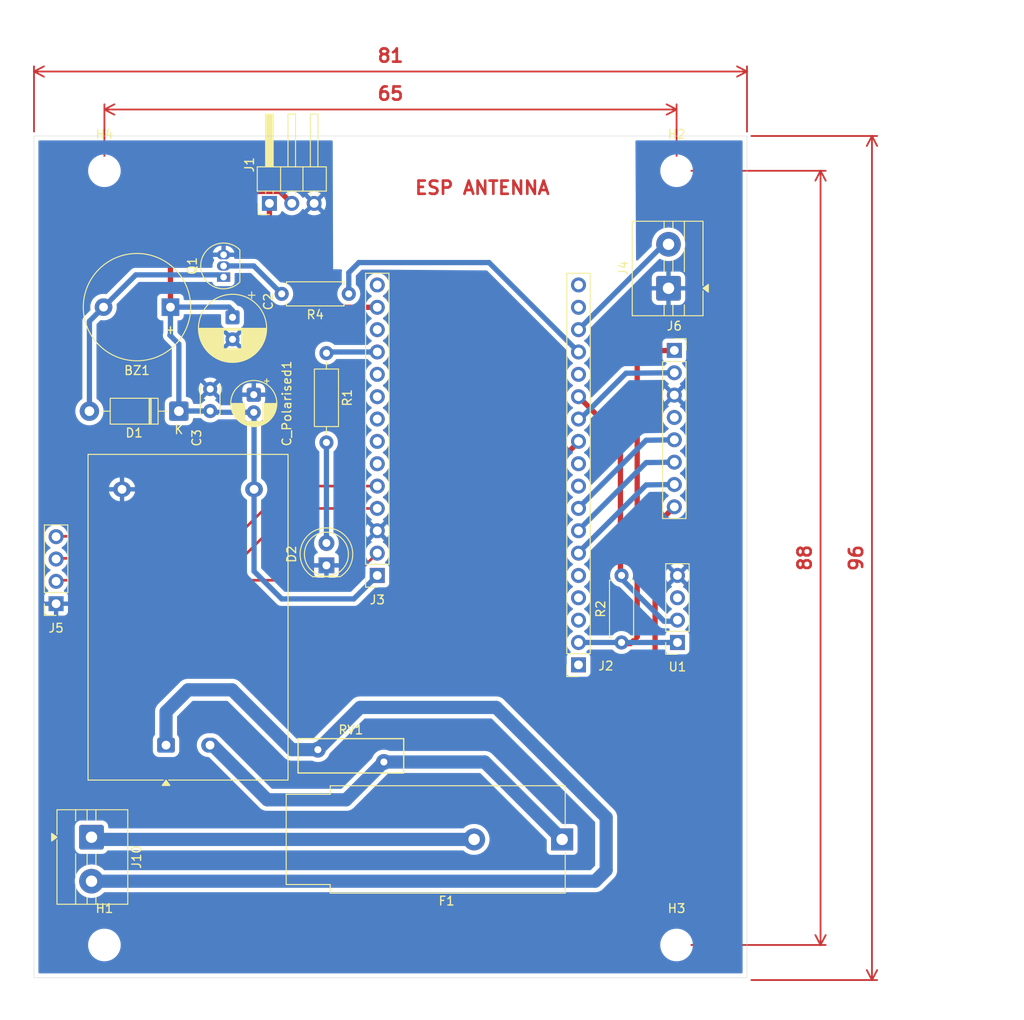
<source format=kicad_pcb>
(kicad_pcb (version 20241229) (generator "pcbnew") (generator_version "9.0")
  (layers (0 "F.Cu" signal) (2 "B.Cu" signal) (13 "F.Paste" user) (15 "B.Paste" user) (5 "F.SilkS" user "F.Silkscreen") (7 "B.SilkS" user "B.Silkscreen") (1 "F.Mask" user) (3 "B.Mask" user) (25 "Edge.Cuts" user))
  (net 0 "")
  (net 1 "Net-(BZ1--)")
  (net 2 "+5V")
  (net 3 "GND")
  (net 4 "Net-(D2-A)")
  (net 5 "Net-(J10-Pin_1)")
  (net 6 "Net-(PS1-AC2)")
  (net 7 "SERVO_PWM")
  (net 9 "MOSI")
  (net 10 "DOOR_SW")
  (net 14 "DATA")
  (net 15 "RST")
  (net 17 "SCK")
  (net 20 "BASE")
  (net 21 "SDA_RF")
  (net 24 "MISO")
  (net 26 "SCL")
  (net 27 "+3V3")
  (net 28 "Net-(J3-Pin_11)")
  (net 35 "SDA")
  (net 37 "Net-(J10-Pin_2)")
  (net 38 "Net-(Q1-B)")
  (footprint "Connector_PinHeader_2.54mm:PinHeader_1x03_P2.54mm_Horizontal" (layer "F.Cu") (at 118.745 60.706 90)
    (property "Reference" "J1" (at 4.385 -2.27 90) (layer "F.SilkS"))
    (property "Value" "JST-XH_SERVO")
    (pad "1" thru_hole rect (at 0 0 90) (size 1.7 1.7) (drill 1) (layers "*.Cu" "*.Mask") (net 7 "SERVO_PWM"))
    (pad "2" thru_hole circle (at 0 2.54 90) (size 1.7 1.7) (drill 1) (layers "*.Cu" "*.Mask") (net 2 "+5V"))
    (pad "3" thru_hole circle (at 0 5.08 90) (size 1.7 1.7) (drill 1) (layers "*.Cu" "*.Mask") (net 3 "GND"))
  )
  (footprint "Resistor_THT:R_Axial_DIN0207_L6.3mm_D2.5mm_P10.16mm_Horizontal" (layer "F.Cu") (at 125.222 77.724 -90)
    (property "Reference" "R1" (at 5.08 -2.37 90) (layer "F.SilkS"))
    (property "Value" "330")
    (pad "1" thru_hole circle (at 0 0 270) (size 1.6 1.6) (drill 0.8) (layers "*.Cu" "*.Mask") (net 28 "Net-(J3-Pin_11)"))
    (pad "2" thru_hole circle (at 10.16 0 270) (size 1.6 1.6) (drill 0.8) (layers "*.Cu" "*.Mask") (net 4 "Net-(D2-A)"))
  )
  (footprint "MountingHole:MountingHole_3.2mm_M3" (layer "F.Cu") (at 100 57)
    (property "Reference" "H4" (at 0 -4.15 0) (layer "F.SilkS"))
    (property "Value" "MountingHole")
    (pad "" np_thru_hole circle (at 0 0) (size 3.2 3.2) (drill 3.2) (layers "*.Cu" "*.Mask"))
  )
  (footprint "Capacitor_THT:C_Disc_D3.0mm_W2.0mm_P2.50mm" (layer "F.Cu") (at 112.014 81.808 -90)
    (property "Reference" "C3" (at 5.552 1.534 90) (layer "F.SilkS"))
    (property "Value" "100nF")
    (pad "1" thru_hole circle (at 0 0 270) (size 1.6 1.6) (drill 0.8) (layers "*.Cu" "*.Mask") (net 3 "GND"))
    (pad "2" thru_hole circle (at 2.5 0 270) (size 1.6 1.6) (drill 0.8) (layers "*.Cu" "*.Mask") (net 2 "+5V"))
  )
  (footprint "MountingHole:MountingHole_3.2mm_M3" (layer "F.Cu") (at 165 57)
    (property "Reference" "H2" (at 0 -4.15 0) (layer "F.SilkS"))
    (property "Value" "MountingHole")
    (pad "" np_thru_hole circle (at 0 0) (size 3.2 3.2) (drill 3.2) (layers "*.Cu" "*.Mask"))
  )
  (footprint "Connector_PinSocket_2.54mm:PinSocket_1x18_P2.54mm_Vertical" (layer "F.Cu") (at 153.86 113.16 180)
    (property "Reference" "J2" (at -3.112 -0.124 0) (layer "F.SilkS"))
    (property "Value" "Conn_01x18_MountingPin" (hide yes))
    (pad "1" thru_hole rect (at 0 0 180) (size 1.7 1.7) (drill 1) (layers "*.Cu" "*.Mask"))
    (pad "2" thru_hole circle (at 0 2.54 180) (size 1.7 1.7) (drill 1) (layers "*.Cu" "*.Mask") (net 27 "+3V3"))
    (pad "3" thru_hole circle (at 0 5.08 180) (size 1.7 1.7) (drill 1) (layers "*.Cu" "*.Mask"))
    (pad "4" thru_hole circle (at 0 7.62 180) (size 1.7 1.7) (drill 1) (layers "*.Cu" "*.Mask"))
    (pad "5" thru_hole circle (at 0 10.16 180) (size 1.7 1.7) (drill 1) (layers "*.Cu" "*.Mask"))
    (pad "6" thru_hole circle (at 0 12.7 180) (size 1.7 1.7) (drill 1) (layers "*.Cu" "*.Mask") (net 17 "SCK"))
    (pad "7" thru_hole circle (at 0 15.24 180) (size 1.7 1.7) (drill 1) (layers "*.Cu" "*.Mask") (net 9 "MOSI"))
    (pad "8" thru_hole circle (at 0 17.78 180) (size 1.7 1.7) (drill 1) (layers "*.Cu" "*.Mask") (net 24 "MISO"))
    (pad "9" thru_hole circle (at 0 20.32 180) (size 1.7 1.7) (drill 1) (layers "*.Cu" "*.Mask"))
    (pad "10" thru_hole circle (at 0 22.86 180) (size 1.7 1.7) (drill 1) (layers "*.Cu" "*.Mask"))
    (pad "11" thru_hole circle (at 0 25.4 180) (size 1.7 1.7) (drill 1) (layers "*.Cu" "*.Mask") (net 21 "SDA_RF"))
    (pad "12" thru_hole circle (at 0 27.94 180) (size 1.7 1.7) (drill 1) (layers "*.Cu" "*.Mask") (net 15 "RST"))
    (pad "13" thru_hole circle (at 0 30.48 180) (size 1.7 1.7) (drill 1) (layers "*.Cu" "*.Mask") (net 14 "DATA"))
    (pad "14" thru_hole circle (at 0 33.02 180) (size 1.7 1.7) (drill 1) (layers "*.Cu" "*.Mask"))
    (pad "15" thru_hole circle (at 0 35.56 180) (size 1.7 1.7) (drill 1) (layers "*.Cu" "*.Mask") (net 20 "BASE"))
    (pad "16" thru_hole circle (at 0 38.1 180) (size 1.7 1.7) (drill 1) (layers "*.Cu" "*.Mask") (net 10 "DOOR_SW"))
    (pad "17" thru_hole circle (at 0 40.64 180) (size 1.7 1.7) (drill 1) (layers "*.Cu" "*.Mask"))
    (pad "18" thru_hole circle (at 0 43.18 180) (size 1.7 1.7) (drill 1) (layers "*.Cu" "*.Mask"))
  )
  (footprint "Capacitor_THT:CP_Radial_D7.5mm_P2.50mm" (layer "F.Cu") (at 114.554 73.66 -90)
    (property "Reference" "C2" (at -1.778 -4.064 90) (layer "F.SilkS"))
    (property "Value" "1000 uF")
    (pad "1" thru_hole roundrect (at 0 0 270) (size 1.6 1.6) (drill 0.8) (layers "*.Cu" "*.Mask") (roundrect_rratio 0.15625) (net 2 "+5V"))
    (pad "2" thru_hole circle (at 2.5 0 270) (size 1.6 1.6) (drill 0.8) (layers "*.Cu" "*.Mask") (net 3 "GND"))
  )
  (footprint "Varistor:RV_Disc_D12mm_W3.9mm_P7.5mm" (layer "F.Cu") (at 131.75 124.2 180)
    (property "Reference" "RV1" (at 3.75 3.65 0) (layer "F.SilkS"))
    (property "Value" "Varistor")
    (pad "1" thru_hole circle (at 0 0 180) (size 1.8 1.8) (drill 0.8) (layers "*.Cu" "*.Mask") (net 6 "Net-(PS1-AC2)"))
    (pad "2" thru_hole circle (at 7.5 1.4 180) (size 1.8 1.8) (drill 0.8) (layers "*.Cu" "*.Mask") (net 37 "Net-(J10-Pin_2)"))
  )
  (footprint "Connector_PinSocket_2.54mm:PinSocket_1x04_P2.54mm_Vertical" (layer "F.Cu") (at 94.51 106.21 180)
    (property "Reference" "J5" (at 0 -2.77 0) (layer "F.SilkS"))
    (property "Value" "SH1106")
    (pad "1" thru_hole rect (at 0 0 180) (size 1.7 1.7) (drill 1) (layers "*.Cu" "*.Mask") (net 3 "GND"))
    (pad "2" thru_hole circle (at 0 2.54 180) (size 1.7 1.7) (drill 1) (layers "*.Cu" "*.Mask") (net 27 "+3V3"))
    (pad "3" thru_hole circle (at 0 5.08 180) (size 1.7 1.7) (drill 1) (layers "*.Cu" "*.Mask") (net 26 "SCL"))
    (pad "4" thru_hole circle (at 0 7.62 180) (size 1.7 1.7) (drill 1) (layers "*.Cu" "*.Mask") (net 35 "SDA"))
  )
  (footprint "Capacitor_THT:CP_Radial_D5.0mm_P2.00mm" (layer "F.Cu") (at 116.967 82.455 -90)
    (property "Reference" "C_Polarised1" (at 1 -3.75 90) (layer "F.SilkS"))
    (property "Value" "47uF")
    (pad "1" thru_hole roundrect (at 0 0 270) (size 1.6 1.6) (drill 0.8) (layers "*.Cu" "*.Mask") (roundrect_rratio 0.15625) (net 3 "GND"))
    (pad "2" thru_hole circle (at 2 0 270) (size 1.6 1.6) (drill 0.8) (layers "*.Cu" "*.Mask") (net 2 "+5V"))
  )
  (footprint "Resistor_THT:R_Axial_DIN0207_L6.3mm_D2.5mm_P7.62mm_Horizontal" (layer "F.Cu") (at 158.75 110.617 90)
    (property "Reference" "R2" (at 3.81 -2.37 90) (layer "F.SilkS"))
    (property "Value" "4,7k")
    (pad "1" thru_hole circle (at 0 0 90) (size 1.6 1.6) (drill 0.8) (layers "*.Cu" "*.Mask") (net 27 "+3V3"))
    (pad "2" thru_hole circle (at 7.62 0 90) (size 1.6 1.6) (drill 0.8) (layers "*.Cu" "*.Mask") (net 14 "DATA"))
  )
  (footprint "Connector_PinSocket_2.54mm:PinSocket_1x08_P2.54mm_Vertical" (layer "F.Cu") (at 164.7444 77.4192)
    (property "Reference" "J6" (at 0 -2.77 0) (layer "F.SilkS"))
    (property "Value" "MF RC522")
    (pad "1" thru_hole rect (at 0 0) (size 1.7 1.7) (drill 1) (layers "*.Cu" "*.Mask") (net 27 "+3V3"))
    (pad "2" thru_hole circle (at 0 2.54) (size 1.7 1.7) (drill 1) (layers "*.Cu" "*.Mask") (net 15 "RST"))
    (pad "3" thru_hole circle (at 0 5.08) (size 1.7 1.7) (drill 1) (layers "*.Cu" "*.Mask") (net 3 "GND"))
    (pad "4" thru_hole circle (at 0 7.62) (size 1.7 1.7) (drill 1) (layers "*.Cu" "*.Mask"))
    (pad "5" thru_hole circle (at 0 10.16) (size 1.7 1.7) (drill 1) (layers "*.Cu" "*.Mask") (net 24 "MISO"))
    (pad "6" thru_hole circle (at 0 12.7) (size 1.7 1.7) (drill 1) (layers "*.Cu" "*.Mask") (net 9 "MOSI"))
    (pad "7" thru_hole circle (at 0 15.24) (size 1.7 1.7) (drill 1) (layers "*.Cu" "*.Mask") (net 17 "SCK"))
    (pad "8" thru_hole circle (at 0 17.78) (size 1.7 1.7) (drill 1) (layers "*.Cu" "*.Mask") (net 21 "SDA_RF"))
  )
  (footprint "Resistor_THT:R_Axial_DIN0207_L6.3mm_D2.5mm_P7.62mm_Horizontal" (layer "F.Cu") (at 127.762 70.993 180)
    (property "Reference" "R4" (at 3.81 -2.37 0) (layer "F.SilkS"))
    (property "Value" "1k")
    (pad "1" thru_hole circle (at 0 0 180) (size 1.6 1.6) (drill 0.8) (layers "*.Cu" "*.Mask") (net 20 "BASE"))
    (pad "2" thru_hole circle (at 7.62 0 180) (size 1.6 1.6) (drill 0.8) (layers "*.Cu" "*.Mask") (net 38 "Net-(Q1-B)"))
  )
  (footprint "Connector_PinSocket_2.54mm:PinSocket_1x04_P2.54mm_Vertical" (layer "F.Cu") (at 165.1 110.617 180)
    (property "Reference" "U1" (at 0 -2.77 180) (layer "F.SilkS"))
    (property "Value" "DHT22")
    (pad "1" thru_hole rect (at 0 0 180) (size 1.7 1.7) (drill 1) (layers "*.Cu" "*.Mask") (net 27 "+3V3"))
    (pad "2" thru_hole circle (at 0 2.54 180) (size 1.7 1.7) (drill 1) (layers "*.Cu" "*.Mask") (net 14 "DATA"))
    (pad "3" thru_hole circle (at 0 5.08 180) (size 1.7 1.7) (drill 1) (layers "*.Cu" "*.Mask"))
    (pad "4" thru_hole circle (at 0 7.62 180) (size 1.7 1.7) (drill 1) (layers "*.Cu" "*.Mask") (net 3 "GND"))
  )
  (footprint "TerminalBlock:TerminalBlock_MaiXu_MX126-5.0-02P_1x02_P5.00mm" (layer "F.Cu") (at 98.5325 132.75 -90)
    (property "Reference" "J10" (at 2.25 -5.12 90) (layer "F.SilkS"))
    (property "Value" "ARK-500")
    (pad "1" thru_hole roundrect (at 0 0 270) (size 2.8 2.8) (drill 1.3) (layers "*.Cu" "*.Mask") (roundrect_rratio 0.089286) (net 5 "Net-(J10-Pin_1)"))
    (pad "2" thru_hole circle (at 5 0 270) (size 2.8 2.8) (drill 1.3) (layers "*.Cu" "*.Mask") (net 37 "Net-(J10-Pin_2)"))
  )
  (footprint "Connector_PinSocket_2.54mm:PinSocket_1x14_P2.54mm_Vertical" (layer "F.Cu") (at 131 103 180)
    (property "Reference" "J3" (at 0 -2.77 0) (layer "F.SilkS"))
    (property "Value" "FireBeetle_2_Board_ESP32_C6")
    (pad "1" thru_hole rect (at 0 0 180) (size 1.7 1.7) (drill 1) (layers "*.Cu" "*.Mask") (net 2 "+5V"))
    (pad "2" thru_hole circle (at 0 2.54 180) (size 1.7 1.7) (drill 1) (layers "*.Cu" "*.Mask") (net 27 "+3V3"))
    (pad "3" thru_hole circle (at 0 5.08 180) (size 1.7 1.7) (drill 1) (layers "*.Cu" "*.Mask") (net 3 "GND"))
    (pad "4" thru_hole circle (at 0 7.62 180) (size 1.7 1.7) (drill 1) (layers "*.Cu" "*.Mask") (net 26 "SCL"))
    (pad "5" thru_hole circle (at 0 10.16 180) (size 1.7 1.7) (drill 1) (layers "*.Cu" "*.Mask") (net 35 "SDA"))
    (pad "6" thru_hole circle (at 0 12.7 180) (size 1.7 1.7) (drill 1) (layers "*.Cu" "*.Mask"))
    (pad "7" thru_hole circle (at 0 15.24 180) (size 1.7 1.7) (drill 1) (layers "*.Cu" "*.Mask"))
    (pad "8" thru_hole circle (at 0 17.78 180) (size 1.7 1.7) (drill 1) (layers "*.Cu" "*.Mask"))
    (pad "9" thru_hole circle (at 0 20.32 180) (size 1.7 1.7) (drill 1) (layers "*.Cu" "*.Mask"))
    (pad "10" thru_hole circle (at 0 22.86 180) (size 1.7 1.7) (drill 1) (layers "*.Cu" "*.Mask"))
    (pad "11" thru_hole circle (at 0 25.4 180) (size 1.7 1.7) (drill 1) (layers "*.Cu" "*.Mask") (net 28 "Net-(J3-Pin_11)"))
    (pad "12" thru_hole circle (at 0 27.94 180) (size 1.7 1.7) (drill 1) (layers "*.Cu" "*.Mask"))
    (pad "13" thru_hole circle (at 0 30.48 180) (size 1.7 1.7) (drill 1) (layers "*.Cu" "*.Mask") (net 7 "SERVO_PWM"))
    (pad "14" thru_hole circle (at 0 33.02 180) (size 1.7 1.7) (drill 1) (layers "*.Cu" "*.Mask"))
  )
  (footprint "Fuse:Fuseholder_Cylinder-5x20mm_Schurter_FAB_0031-355x_Horizontal_Closed" (layer "F.Cu") (at 152 133 180)
    (property "Reference" "F1" (at 13.125 -7 0) (layer "F.SilkS"))
    (property "Value" "Fuse")
    (pad "1" thru_hole rect (at 0 0 180) (size 2.5 2.5) (drill 1.3) (layers "*.Cu" "*.Mask") (net 6 "Net-(PS1-AC2)"))
    (pad "2" thru_hole circle (at 10 0 180) (size 2.5 2.5) (drill 1.3) (layers "*.Cu" "*.Mask") (net 5 "Net-(J10-Pin_1)"))
  )
  (footprint "Converter_ACDC:Converter_ACDC_Hi-Link_HLK-PMxx" (layer "F.Cu") (at 107 122.2875 90)
    (property "Reference" "PS1" (hide yes))
    (property "Value" "HLK-5M05")
    (pad "1" thru_hole roundrect (at 0 0 90) (size 1.7 2) (drill 1) (layers "*.Cu" "*.Mask") (roundrect_rratio 0.147059) (net 37 "Net-(J10-Pin_2)"))
    (pad "2" thru_hole oval (at 0 5 90) (size 1.7 2) (drill 1) (layers "*.Cu" "*.Mask") (net 6 "Net-(PS1-AC2)"))
    (pad "3" thru_hole oval (at 29.08 -5 90) (size 1.7 2) (drill 1) (layers "*.Cu" "*.Mask") (net 3 "GND"))
    (pad "4" thru_hole oval (at 29.08 10 90) (size 1.7 2) (drill 1) (layers "*.Cu" "*.Mask") (net 2 "+5V"))
  )
  (footprint "Diode_THT:D_DO-41_SOD81_P10.16mm_Horizontal" (layer "F.Cu") (at 108.458 84.328 180)
    (property "Reference" "D1" (at 5.08 -2.47 0) (layer "F.SilkS"))
    (property "Value" "1N4007")
    (fp_text user "K" (at 0 -2.1 0) (layer "F.SilkS"))
    (pad "1" thru_hole roundrect (at 0 0 180) (size 2.2 2.2) (drill 1.1) (layers "*.Cu" "*.Mask") (roundrect_rratio 0.113636) (net 2 "+5V"))
    (pad "2" thru_hole circle (at 10.16 0 180) (size 2.2 2.2) (drill 1.1) (layers "*.Cu" "*.Mask") (net 1 "Net-(BZ1--)"))
  )
  (footprint "Package_TO_SOT_THT:TO-92_Inline" (layer "F.Cu") (at 113.538 69.088 90)
    (property "Reference" "Q1" (at 1.27 -3.56 90) (layer "F.SilkS"))
    (property "Value" "BC547")
    (pad "1" thru_hole rect (at 0 0 90) (size 1.05 1.5) (drill 0.75) (layers "*.Cu" "*.Mask") (net 1 "Net-(BZ1--)"))
    (pad "2" thru_hole oval (at 1.27 0 90) (size 1.05 1.5) (drill 0.75) (layers "*.Cu" "*.Mask") (net 38 "Net-(Q1-B)"))
    (pad "3" thru_hole oval (at 2.54 0 90) (size 1.05 1.5) (drill 0.75) (layers "*.Cu" "*.Mask") (net 3 "GND"))
  )
  (footprint "Buzzer_Beeper:Buzzer_12x9.5RM7.6" (layer "F.Cu") (at 107.5 72.5 180)
    (property "Reference" "BZ1" (at 3.8 -7.2 0) (layer "F.SilkS"))
    (property "Value" "Buzzer")
    (fp_text user "+" (at -0.01 -2.54 0) (layer "F.SilkS"))
    (pad "1" thru_hole rect (at 0 0 180) (size 2 2) (drill 1) (layers "*.Cu" "*.Mask") (net 2 "+5V"))
    (pad "2" thru_hole circle (at 7.6 0 180) (size 2 2) (drill 1) (layers "*.Cu" "*.Mask") (net 1 "Net-(BZ1--)"))
  )
  (footprint "MountingHole:MountingHole_3.2mm_M3" (layer "F.Cu") (at 100 145)
    (property "Reference" "H1" (at 0 -4.15 0) (layer "F.SilkS"))
    (property "Value" "MountingHole")
    (pad "" np_thru_hole circle (at 0 0) (size 3.2 3.2) (drill 3.2) (layers "*.Cu" "*.Mask"))
  )
  (footprint "MountingHole:MountingHole_3.2mm_M3" (layer "F.Cu") (at 165 145)
    (property "Reference" "H3" (at 0 -4.15 0) (layer "F.SilkS"))
    (property "Value" "MountingHole")
    (pad "" np_thru_hole circle (at 0 0) (size 3.2 3.2) (drill 3.2) (layers "*.Cu" "*.Mask"))
  )
  (footprint "LED_THT:LED_D5.0mm" (layer "F.Cu") (at 125.222 101.854 90)
    (property "Reference" "D2" (at 1.27 -3.96 90) (layer "F.SilkS"))
    (property "Value" "LED")
    (pad "1" thru_hole rect (at 0 0 90) (size 1.8 1.8) (drill 0.9) (layers "*.Cu" "*.Mask") (net 3 "GND"))
    (pad "2" thru_hole circle (at 2.54 0 90) (size 1.8 1.8) (drill 0.9) (layers "*.Cu" "*.Mask") (net 4 "Net-(D2-A)"))
  )
  (footprint "TerminalBlock:TerminalBlock_MaiXu_MX126-5.0-02P_1x02_P5.00mm" (layer "F.Cu") (at 164.084 70.358 90)
    (property "Reference" "J4" (at 2.25 -5.12 90) (layer "F.SilkS"))
    (property "Value" "Screw_Terminal_01x02")
    (pad "1" thru_hole roundrect (at 0 0 90) (size 2.8 2.8) (drill 1.3) (layers "*.Cu" "*.Mask") (roundrect_rratio 0.089286) (net 3 "GND"))
    (pad "2" thru_hole circle (at 5 0 90) (size 2.8 2.8) (drill 1.3) (layers "*.Cu" "*.Mask") (net 10 "DOOR_SW"))
  )
  (gr_rect (start 92 53.048) (end 173 148.73) (stroke (width 0.05)) (fill no) (layer "Edge.Cuts"))
  (gr_text "ESP ANTENNA\n" (at 135.128 59.817 0) (layer "F.Cu") (effects (font (size 1.5 1.5) (thickness 0.3) (bold yes)) (justify left bottom)))
  (dimension (type orthogonal) (layer "F.Cu") (pts (xy 173 53.048) (xy 173 148.984)) (height 14.198) (orientation 1) (format (prefix "") (suffix "") (units 3) (units_format 0) (precision 4) (override_value "96") (suppress_zeroes yes)) (style (thickness 0.2) (arrow_length 1.27) (text_position_mode 0) (arrow_direction outward) (extension_height 0.58642) (extension_offset 0.5) (keep_text_aligned yes)) (gr_text "96" (at 185.398 101.016 90) (layer "F.Cu") (effects (font (size 1.5 1.5) (thickness 0.3)))))
  (dimension (type orthogonal) (layer "F.Cu") (pts (xy 165 145) (xy 165 57)) (height 16.356) (orientation 1) (format (prefix "") (suffix "") (units 3) (units_format 0) (precision 4) (suppress_zeroes yes)) (style (thickness 0.2) (arrow_length 1.27) (text_position_mode 0) (arrow_direction outward) (extension_height 0.58642) (extension_offset 0.5) (keep_text_aligned yes)) (gr_text "88" (at 179.556 101 90) (layer "F.Cu") (effects (font (size 1.5 1.5) (thickness 0.3)))))
  (dimension (type orthogonal) (layer "F.Cu") (pts (xy 92 53.048) (xy 173 53.048)) (height -7.328) (orientation 0) (format (prefix "") (suffix "") (units 3) (units_format 0) (precision 4) (suppress_zeroes yes)) (style (thickness 0.2) (arrow_length 1.27) (text_position_mode 2) (arrow_direction outward) (extension_height 0.58642) (extension_offset 0.5) (keep_text_aligned yes)) (gr_text "81" (at 132.5 43.92 0) (layer "F.Cu") (effects (font (size 1.5 1.5) (thickness 0.3)))))
  (dimension (type orthogonal) (layer "F.Cu") (pts (xy 100 57) (xy 165 57)) (height -6.962) (orientation 0) (format (prefix "") (suffix "") (units 3) (units_format 0) (precision 4) (suppress_zeroes yes)) (style (thickness 0.2) (arrow_length 1.27) (text_position_mode 0) (arrow_direction outward) (extension_height 0.58642) (extension_offset 0.5) (keep_text_aligned yes)) (gr_text "65" (at 132.5 48.238 0) (layer "F.Cu") (effects (font (size 1.5 1.5) (thickness 0.3)))))
  (segment (start 103.566 68.834) (end 112.878017 68.834) (width 0.6) (layer "B.Cu") (net 1))
  (segment (start 98.298 74.102) (end 99.9 72.5) (width 0.6) (layer "B.Cu") (net 1))
  (segment (start 99.9 72.5) (end 99.9 71.9) (width 0.6) (layer "B.Cu") (net 1))
  (segment (start 98.298 84.328) (end 98.298 74.102) (width 0.6) (layer "B.Cu") (net 1))
  (segment (start 99.9 72.5) (end 103.566 68.834) (width 0.6) (layer "B.Cu") (net 1))
  (segment (start 112.888017 68.844) (end 113.294 68.844) (width 0.6) (layer "B.Cu") (net 1))
  (segment (start 99.9 72.5) (end 99.96 72.56) (width 0.6) (layer "B.Cu") (net 1))
  (segment (start 113.294 68.844) (end 113.538 69.088) (width 0.6) (layer "B.Cu") (net 1))
  (segment (start 99.9 71.9) (end 99.96 71.84) (width 0.6) (layer "B.Cu") (net 1))
  (segment (start 112.878017 68.834) (end 112.888017 68.844) (width 0.6) (layer "B.Cu") (net 1))
  (segment (start 107.5055 66.6115) (end 107.5 66.606) (width 0.6) (layer "F.Cu") (net 2))
  (segment (start 107.5 66.606) (end 107.5 72.5) (width 0.6) (layer "F.Cu") (net 2))
  (segment (start 121.285 60.706) (end 119.934 59.355) (width 0.6) (layer "F.Cu") (net 2))
  (segment (start 114.762 59.355) (end 107.5055 66.6115) (width 0.6) (layer "F.Cu") (net 2))
  (segment (start 119.934 59.355) (end 114.762 59.355) (width 0.6) (layer "F.Cu") (net 2))
  (segment (start 117 93.2075) (end 117 84.488) (width 0.6) (layer "B.Cu") (net 2))
  (segment (start 128.336 105.664) (end 120.142 105.664) (width 0.6) (layer "B.Cu") (net 2))
  (segment (start 108.458 76.708) (end 107.442 75.692) (width 0.6) (layer "B.Cu") (net 2))
  (segment (start 112.161 84.455) (end 112.014 84.308) (width 0.6) (layer "B.Cu") (net 2))
  (segment (start 117 102.522) (end 117 93.2075) (width 0.6) (layer "B.Cu") (net 2))
  (segment (start 108.478 84.308) (end 108.458 84.328) (width 0.6) (layer "B.Cu") (net 2))
  (segment (start 114.156 72.5) (end 114.554 72.898) (width 0.6) (layer "B.Cu") (net 2))
  (segment (start 131 103) (end 128.336 105.664) (width 0.6) (layer "B.Cu") (net 2))
  (segment (start 107.5 72.5) (end 114.156 72.5) (width 0.6) (layer "B.Cu") (net 2))
  (segment (start 112.014 84.308) (end 108.478 84.308) (width 0.6) (layer "B.Cu") (net 2))
  (segment (start 131.25 102.67) (end 130.7 102.67) (width 0.2) (layer "B.Cu") (net 2))
  (segment (start 116.967 84.455) (end 112.161 84.455) (width 0.6) (layer "B.Cu") (net 2))
  (segment (start 107.442 75.692) (end 107.5 75.634) (width 0.6) (layer "B.Cu") (net 2))
  (segment (start 108.458 84.328) (end 108.458 76.708) (width 0.6) (layer "B.Cu") (net 2))
  (segment (start 107.5 75.634) (end 107.5 72.5) (width 0.6) (layer "B.Cu") (net 2))
  (segment (start 114.554 72.898) (end 114.554 73.66) (width 0.6) (layer "B.Cu") (net 2))
  (segment (start 117 84.488) (end 116.967 84.455) (width 0.6) (layer "B.Cu") (net 2))
  (segment (start 120.142 105.664) (end 117 102.522) (width 0.6) (layer "B.Cu") (net 2))
  (segment (start 125.222 87.884) (end 125.222 99.314) (width 0.6) (layer "B.Cu") (net 4))
  (segment (start 142 133) (end 98.7825 133) (width 1.5) (layer "B.Cu") (net 5))
  (segment (start 98.7825 133) (end 98.5325 132.75) (width 1.5) (layer "B.Cu") (net 5))
  (segment (start 143.2 124.2) (end 131.75 124.2) (width 1.5) (layer "B.Cu") (net 6))
  (segment (start 152 133) (end 143.2 124.2) (width 1.5) (layer "B.Cu") (net 6))
  (segment (start 112 122.2875) (end 112.2875 122.2875) (width 1.5) (layer "B.Cu") (net 6))
  (segment (start 112.2875 122.2875) (end 118.5 128.5) (width 1.5) (layer "B.Cu") (net 6))
  (segment (start 127.45 128.5) (end 131.75 124.2) (width 1.5) (layer "B.Cu") (net 6))
  (segment (start 118.5 128.5) (end 127.45 128.5) (width 1.5) (layer "B.Cu") (net 6))
  (segment (start 118.745 60.706) (end 118.745 64.897) (width 0.6) (layer "F.Cu") (net 7))
  (segment (start 126.368 72.52) (end 131 72.52) (width 0.6) (layer "F.Cu") (net 7))
  (segment (start 118.745 64.897) (end 126.368 72.52) (width 0.6) (layer "F.Cu") (net 7))
  (segment (start 153.86 97.854) (end 153.86 97.92) (width 0.6) (layer "B.Cu") (net 9))
  (segment (start 161.544 90.17) (end 153.86 97.854) (width 0.6) (layer "B.Cu") (net 9))
  (segment (start 153.86 97.6) (end 153.86 97.92) (width 0.6) (layer "B.Cu") (net 9))
  (segment (start 164.7444 90.1192) (end 161.544 90.17) (width 0.6) (layer "B.Cu") (net 9))
  (segment (start 163.562 65.358) (end 164.084 65.358) (width 0.6) (layer "B.Cu") (net 10))
  (segment (start 153.86 75.06) (end 163.562 65.358) (width 0.6) (layer "B.Cu") (net 10))
  (segment (start 164.084 65.786) (end 164.084 65.358) (width 0.6) (layer "B.Cu") (net 10))
  (segment (start 158.623 102.997) (end 158.623 87.443) (width 0.6) (layer "F.Cu") (net 14))
  (segment (start 158.75 102.997) (end 158.623 103.124) (width 0.6) (layer "F.Cu") (net 14))
  (segment (start 158.623 87.443) (end 153.86 82.68) (width 0.6) (layer "F.Cu") (net 14))
  (segment (start 158.623 103.124) (end 158.496 103.124) (width 0.6) (layer "F.Cu") (net 14))
  (segment (start 158.496 103.124) (end 158.623 102.997) (width 0.6) (layer "F.Cu") (net 14))
  (segment (start 163.576 108.204) (end 158.75 103.378) (width 0.6) (layer "B.Cu") (net 14))
  (segment (start 164.973 108.204) (end 163.576 108.204) (width 0.6) (layer "B.Cu") (net 14))
  (segment (start 158.75 103.378) (end 158.75 102.997) (width 0.6) (layer "B.Cu") (net 14))
  (segment (start 165.1 108.077) (end 164.973 108.204) (width 0.6) (layer "B.Cu") (net 14))
  (segment (start 159.258 80.01) (end 154.048 85.22) (width 0.6) (layer "B.Cu") (net 15))
  (segment (start 154.048 85.22) (end 153.86 85.22) (width 0.6) (layer "B.Cu") (net 15))
  (segment (start 164.7444 79.9592) (end 159.258 80.01) (width 0.6) (layer "B.Cu") (net 15))
  (segment (start 164.7444 92.6592) (end 161.544 92.71) (width 0.6) (layer "B.Cu") (net 17))
  (segment (start 153.86 100.394) (end 153.86 100.46) (width 0.6) (layer "B.Cu") (net 17))
  (segment (start 161.544 92.71) (end 153.86 100.394) (width 0.6) (layer "B.Cu") (net 17))
  (segment (start 127.762 68.58) (end 128.905 67.437) (width 0.6) (layer "B.Cu") (net 20))
  (segment (start 128.905 67.437) (end 143.697 67.437) (width 0.6) (layer "B.Cu") (net 20))
  (segment (start 127.762 70.993) (end 127.762 68.58) (width 0.6) (layer "B.Cu") (net 20))
  (segment (start 143.697 67.437) (end 153.86 77.6) (width 0.6) (layer "B.Cu") (net 20))
  (segment (start 159.766 115.824) (end 152.908 115.824) (width 0.6) (layer "F.Cu") (net 21))
  (segment (start 153.86 87.821) (end 153.86 87.76) (width 0.6) (layer "F.Cu") (net 21))
  (segment (start 152.908 115.824) (end 148.336 111.252) (width 0.6) (layer "F.Cu") (net 21))
  (segment (start 162.56 97.3836) (end 162.56 113.03) (width 0.6) (layer "F.Cu") (net 21))
  (segment (start 148.336 93.345) (end 153.86 87.821) (width 0.6) (layer "F.Cu") (net 21))
  (segment (start 164.7444 95.1992) (end 162.56 97.3836) (width 0.6) (layer "F.Cu") (net 21))
  (segment (start 148.336 111.252) (end 148.336 93.345) (width 0.6) (layer "F.Cu") (net 21))
  (segment (start 162.56 113.03) (end 159.766 115.824) (width 0.6) (layer "F.Cu") (net 21))
  (segment (start 161.544 87.63) (end 153.86 95.314) (width 0.6) (layer "B.Cu") (net 24))
  (segment (start 153.86 95.314) (end 153.86 95.38) (width 0.6) (layer "B.Cu") (net 24))
  (segment (start 164.7444 87.5792) (end 161.544 87.63) (width 0.6) (layer "B.Cu") (net 24))
  (segment (start 94.234 101.045) (end 94.241 101.052) (width 0.3) (layer "F.Cu") (net 26))
  (segment (start 121.282 95.38) (end 131 95.38) (width 0.3) (layer "F.Cu") (net 26))
  (segment (start 94.241 101.052) (end 115.61 101.052) (width 0.3) (layer "F.Cu") (net 26))
  (segment (start 115.61 101.052) (end 121.282 95.38) (width 0.3) (layer "F.Cu") (net 26))
  (segment (start 131 100.46) (end 127.915 103.545) (width 0.3) (layer "F.Cu") (net 27))
  (segment (start 160.528 109.982) (end 159.766 110.744) (width 0.6) (layer "F.Cu") (net 27))
  (segment (start 160.528 78.486) (end 160.528 109.982) (width 0.6) (layer "F.Cu") (net 27))
  (segment (start 164.7444 77.4192) (end 161.544 77.47) (width 0.6) (layer "F.Cu") (net 27))
  (segment (start 127.915 103.545) (end 94.234 103.545) (width 0.3) (layer "F.Cu") (net 27))
  (segment (start 161.544 77.47) (end 160.528 78.486) (width 0.6) (layer "F.Cu") (net 27))
  (segment (start 159.766 110.744) (end 158.877 110.744) (width 0.6) (layer "F.Cu") (net 27))
  (segment (start 94.234 103.545) (end 94.241 103.552) (width 0.3) (layer "F.Cu") (net 27))
  (segment (start 153.863 110.617) (end 153.86 110.62) (width 0.6) (layer "B.Cu") (net 27))
  (segment (start 158.75 110.617) (end 153.863 110.617) (width 0.6) (layer "B.Cu") (net 27))
  (segment (start 165.1 110.617) (end 158.75 110.617) (width 0.6) (layer "B.Cu") (net 27))
  (segment (start 125.222 77.724) (end 125.73 77.724) (width 0.6) (layer "B.Cu") (net 28))
  (segment (start 125.606 77.6) (end 125.482 77.724) (width 0.6) (layer "B.Cu") (net 28))
  (segment (start 125.482 77.724) (end 125.222 77.724) (width 0.6) (layer "B.Cu") (net 28))
  (segment (start 131 77.6) (end 125.606 77.6) (width 0.6) (layer "B.Cu") (net 28))
  (segment (start 130.81 77.724) (end 130.934 77.6) (width 0.6) (layer "B.Cu") (net 28))
  (segment (start 130.934 77.6) (end 131 77.6) (width 0.6) (layer "B.Cu") (net 28))
  (segment (start 94.241 98.552) (end 115.062 98.552) (width 0.3) (layer "F.Cu") (net 35))
  (segment (start 94.234 98.545) (end 94.241 98.552) (width 0.3) (layer "F.Cu") (net 35))
  (segment (start 120.774 92.84) (end 131 92.84) (width 0.3) (layer "F.Cu") (net 35))
  (segment (start 115.062 98.552) (end 120.774 92.84) (width 0.3) (layer "F.Cu") (net 35))
  (segment (start 121.3 122.8) (end 114.5 116) (width 1.5) (layer "B.Cu") (net 37))
  (segment (start 129.05 118) (end 124.25 122.8) (width 1.5) (layer "B.Cu") (net 37))
  (segment (start 98.5325 137.75) (end 155.75 137.75) (width 1.5) (layer "B.Cu") (net 37))
  (segment (start 157 130.5) (end 144.5 118) (width 1.5) (layer "B.Cu") (net 37))
  (segment (start 157 136.5) (end 157 130.5) (width 1.5) (layer "B.Cu") (net 37))
  (segment (start 107 118.5) (end 107 122.2875) (width 1.5) (layer "B.Cu") (net 37))
  (segment (start 124.25 122.8) (end 121.3 122.8) (width 1.5) (layer "B.Cu") (net 37))
  (segment (start 114.5 116) (end 109.5 116) (width 1.5) (layer "B.Cu") (net 37))
  (segment (start 155.75 137.75) (end 157 136.5) (width 1.5) (layer "B.Cu") (net 37))
  (segment (start 144.5 118) (end 129.05 118) (width 1.5) (layer "B.Cu") (net 37))
  (segment (start 109.5 116) (end 107 118.5) (width 1.5) (layer "B.Cu") (net 37))
  (segment (start 113.538 67.818) (end 116.967 67.818) (width 0.6) (layer "B.Cu") (net 38))
  (segment (start 116.967 67.818) (end 120.142 70.993) (width 0.6) (layer "B.Cu") (net 38))
  (zone (net 0) (net_name "") (layer "B.Cu") (connect_pads (clearance 0)) (min_thickness 0.25)
    (keepout (tracks allowed) (vias not_allowed) (pads not_allowed) (copperpour not_allowed) (footprints allowed))
    (fill (thermal_gap 0.5) (thermal_bridge_width 0.5))
    (polygon (pts (xy 125.984 68.199) (xy 160.401 68.453) (xy 160.3248 53.086) (xy 125.9332 53.086)))
  )
  (zone (net 3) (net_name "GND") (layer "B.Cu") (connect_pads (clearance 0.5)) (min_thickness 0.25) (fill yes (thermal_gap 0.5) (thermal_bridge_width 0.5))
    (polygon (pts (xy 204.47 37.592) (xy 88.138 38.608) (xy 89.154 153.543) (xy 200.8124 152.5016) (xy 202.2348 101.1428)))
  )
)
</source>
